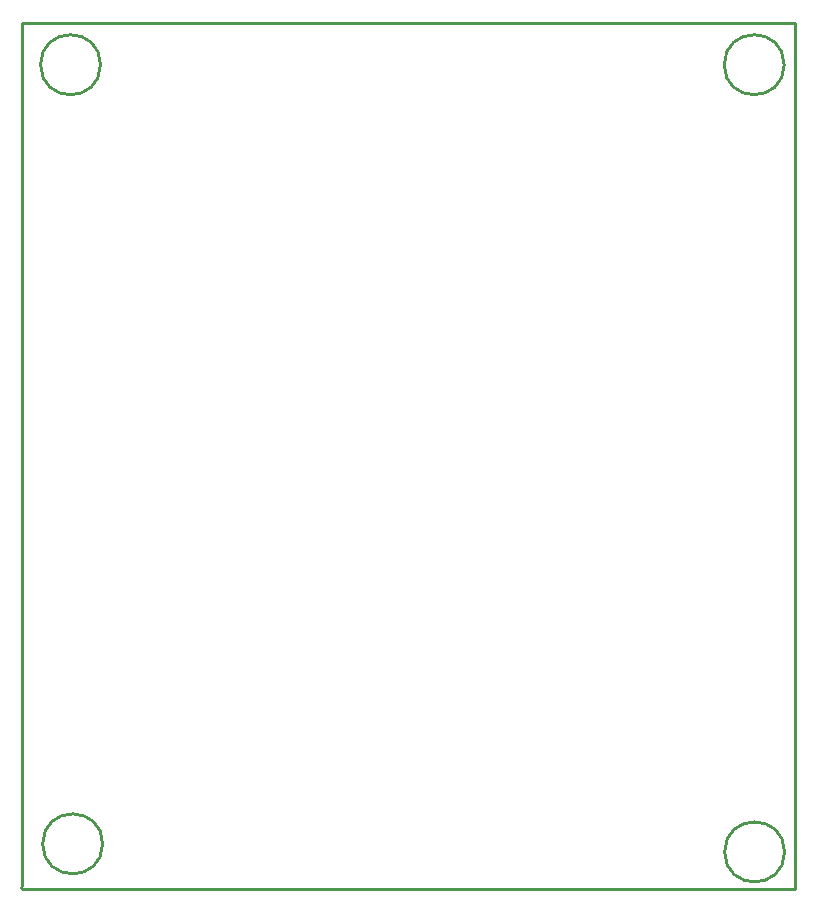
<source format=gko>
G04*
G04 #@! TF.GenerationSoftware,Altium Limited,Altium Designer,18.1.6 (161)*
G04*
G04 Layer_Color=16711935*
%FSLAX44Y44*%
%MOMM*%
G71*
G01*
G75*
%ADD12C,0.2540*%
D12*
X434679Y786833D02*
G03*
X434679Y786833I-25400J0D01*
G01*
X1013537Y786850D02*
G03*
X1013537Y786850I-25400J0D01*
G01*
X436495Y127202D02*
G03*
X436495Y127202I-25400J0D01*
G01*
X1013910Y120377D02*
G03*
X1013910Y120377I-25400J0D01*
G01*
X367303Y90463D02*
X368605Y89161D01*
X530836D01*
X1022313D02*
Y275593D01*
X858342Y89161D02*
X1022313D01*
X1022313Y364927D02*
X1022313Y275593D01*
X1022313Y632929D02*
X1022313Y543595D01*
X1022313Y543595D02*
X1022313Y543595D01*
X368189Y822448D02*
X368189Y91350D01*
X368189Y822448D02*
X1022313D01*
X367303Y90463D02*
X368189Y91350D01*
X1022313Y821998D02*
X1022313Y632929D01*
X530836Y89161D02*
X858342D01*
X1022313Y543595D02*
X1022313Y364927D01*
M02*

</source>
